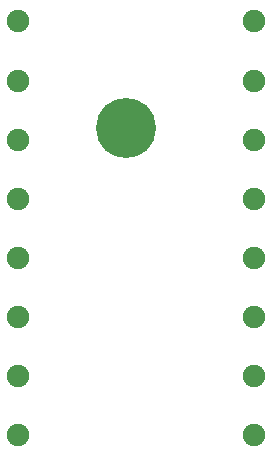
<source format=gbs>
G04 (created by PCBNEW (2013-jul-07)-stable) date Wed 04 Feb 2015 01:06:01 PM EST*
%MOIN*%
G04 Gerber Fmt 3.4, Leading zero omitted, Abs format*
%FSLAX34Y34*%
G01*
G70*
G90*
G04 APERTURE LIST*
%ADD10C,0.00590551*%
%ADD11C,0.0748031*%
%ADD12C,0.2*%
G04 APERTURE END LIST*
G54D10*
G54D11*
X25590Y-14763D03*
X25590Y-16732D03*
X25590Y-18700D03*
X25590Y-20669D03*
X25590Y-22637D03*
X25590Y-24606D03*
X25590Y-26574D03*
X25590Y-28543D03*
X33464Y-20669D03*
X33464Y-18700D03*
X33464Y-16732D03*
X33464Y-14763D03*
X33464Y-28543D03*
X33464Y-26574D03*
X33464Y-24606D03*
X33464Y-22637D03*
G54D12*
X29200Y-18300D03*
M02*

</source>
